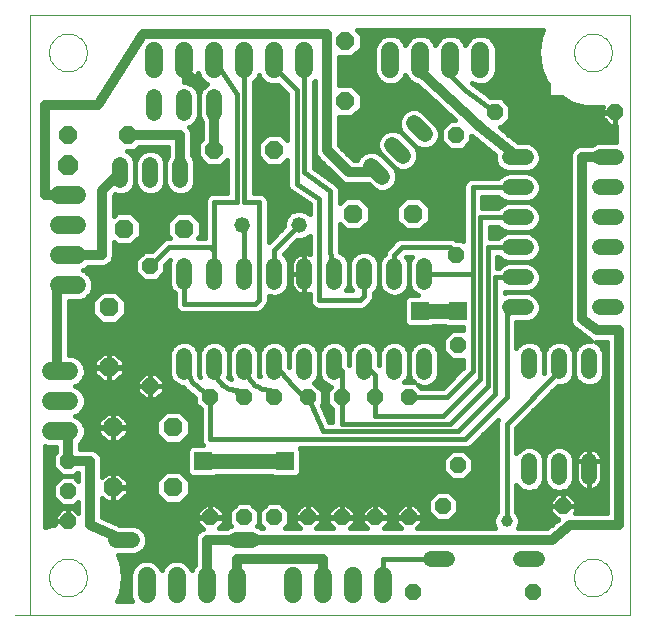
<source format=gtl>
G75*
G70*
%OFA0B0*%
%FSLAX24Y24*%
%IPPOS*%
%LPD*%
%AMOC8*
5,1,8,0,0,1.08239X$1,22.5*
%
%ADD10C,0.0000*%
%ADD11C,0.0520*%
%ADD12C,0.0520*%
%ADD13OC8,0.0600*%
%ADD14OC8,0.0520*%
%ADD15OC8,0.0630*%
%ADD16C,0.0600*%
%ADD17C,0.0160*%
%ADD18C,0.0396*%
%ADD19C,0.0320*%
%ADD20R,0.0591X0.0591*%
%ADD21C,0.0500*%
%ADD22R,0.0396X0.0396*%
%ADD23OC8,0.0660*%
D10*
X000105Y000454D02*
X000605Y000454D01*
X000605Y020450D01*
X020600Y020450D01*
X020600Y000454D01*
X000605Y000454D01*
X001225Y001704D02*
X001227Y001754D01*
X001233Y001804D01*
X001243Y001853D01*
X001257Y001901D01*
X001274Y001948D01*
X001295Y001993D01*
X001320Y002037D01*
X001348Y002078D01*
X001380Y002117D01*
X001414Y002154D01*
X001451Y002188D01*
X001491Y002218D01*
X001533Y002245D01*
X001577Y002269D01*
X001623Y002290D01*
X001670Y002306D01*
X001718Y002319D01*
X001768Y002328D01*
X001817Y002333D01*
X001868Y002334D01*
X001918Y002331D01*
X001967Y002324D01*
X002016Y002313D01*
X002064Y002298D01*
X002110Y002280D01*
X002155Y002258D01*
X002198Y002232D01*
X002239Y002203D01*
X002278Y002171D01*
X002314Y002136D01*
X002346Y002098D01*
X002376Y002058D01*
X002403Y002015D01*
X002426Y001971D01*
X002445Y001925D01*
X002461Y001877D01*
X002473Y001828D01*
X002481Y001779D01*
X002485Y001729D01*
X002485Y001679D01*
X002481Y001629D01*
X002473Y001580D01*
X002461Y001531D01*
X002445Y001483D01*
X002426Y001437D01*
X002403Y001393D01*
X002376Y001350D01*
X002346Y001310D01*
X002314Y001272D01*
X002278Y001237D01*
X002239Y001205D01*
X002198Y001176D01*
X002155Y001150D01*
X002110Y001128D01*
X002064Y001110D01*
X002016Y001095D01*
X001967Y001084D01*
X001918Y001077D01*
X001868Y001074D01*
X001817Y001075D01*
X001768Y001080D01*
X001718Y001089D01*
X001670Y001102D01*
X001623Y001118D01*
X001577Y001139D01*
X001533Y001163D01*
X001491Y001190D01*
X001451Y001220D01*
X001414Y001254D01*
X001380Y001291D01*
X001348Y001330D01*
X001320Y001371D01*
X001295Y001415D01*
X001274Y001460D01*
X001257Y001507D01*
X001243Y001555D01*
X001233Y001604D01*
X001227Y001654D01*
X001225Y001704D01*
X001225Y019204D02*
X001227Y019254D01*
X001233Y019304D01*
X001243Y019353D01*
X001257Y019401D01*
X001274Y019448D01*
X001295Y019493D01*
X001320Y019537D01*
X001348Y019578D01*
X001380Y019617D01*
X001414Y019654D01*
X001451Y019688D01*
X001491Y019718D01*
X001533Y019745D01*
X001577Y019769D01*
X001623Y019790D01*
X001670Y019806D01*
X001718Y019819D01*
X001768Y019828D01*
X001817Y019833D01*
X001868Y019834D01*
X001918Y019831D01*
X001967Y019824D01*
X002016Y019813D01*
X002064Y019798D01*
X002110Y019780D01*
X002155Y019758D01*
X002198Y019732D01*
X002239Y019703D01*
X002278Y019671D01*
X002314Y019636D01*
X002346Y019598D01*
X002376Y019558D01*
X002403Y019515D01*
X002426Y019471D01*
X002445Y019425D01*
X002461Y019377D01*
X002473Y019328D01*
X002481Y019279D01*
X002485Y019229D01*
X002485Y019179D01*
X002481Y019129D01*
X002473Y019080D01*
X002461Y019031D01*
X002445Y018983D01*
X002426Y018937D01*
X002403Y018893D01*
X002376Y018850D01*
X002346Y018810D01*
X002314Y018772D01*
X002278Y018737D01*
X002239Y018705D01*
X002198Y018676D01*
X002155Y018650D01*
X002110Y018628D01*
X002064Y018610D01*
X002016Y018595D01*
X001967Y018584D01*
X001918Y018577D01*
X001868Y018574D01*
X001817Y018575D01*
X001768Y018580D01*
X001718Y018589D01*
X001670Y018602D01*
X001623Y018618D01*
X001577Y018639D01*
X001533Y018663D01*
X001491Y018690D01*
X001451Y018720D01*
X001414Y018754D01*
X001380Y018791D01*
X001348Y018830D01*
X001320Y018871D01*
X001295Y018915D01*
X001274Y018960D01*
X001257Y019007D01*
X001243Y019055D01*
X001233Y019104D01*
X001227Y019154D01*
X001225Y019204D01*
X018725Y019204D02*
X018727Y019254D01*
X018733Y019304D01*
X018743Y019353D01*
X018757Y019401D01*
X018774Y019448D01*
X018795Y019493D01*
X018820Y019537D01*
X018848Y019578D01*
X018880Y019617D01*
X018914Y019654D01*
X018951Y019688D01*
X018991Y019718D01*
X019033Y019745D01*
X019077Y019769D01*
X019123Y019790D01*
X019170Y019806D01*
X019218Y019819D01*
X019268Y019828D01*
X019317Y019833D01*
X019368Y019834D01*
X019418Y019831D01*
X019467Y019824D01*
X019516Y019813D01*
X019564Y019798D01*
X019610Y019780D01*
X019655Y019758D01*
X019698Y019732D01*
X019739Y019703D01*
X019778Y019671D01*
X019814Y019636D01*
X019846Y019598D01*
X019876Y019558D01*
X019903Y019515D01*
X019926Y019471D01*
X019945Y019425D01*
X019961Y019377D01*
X019973Y019328D01*
X019981Y019279D01*
X019985Y019229D01*
X019985Y019179D01*
X019981Y019129D01*
X019973Y019080D01*
X019961Y019031D01*
X019945Y018983D01*
X019926Y018937D01*
X019903Y018893D01*
X019876Y018850D01*
X019846Y018810D01*
X019814Y018772D01*
X019778Y018737D01*
X019739Y018705D01*
X019698Y018676D01*
X019655Y018650D01*
X019610Y018628D01*
X019564Y018610D01*
X019516Y018595D01*
X019467Y018584D01*
X019418Y018577D01*
X019368Y018574D01*
X019317Y018575D01*
X019268Y018580D01*
X019218Y018589D01*
X019170Y018602D01*
X019123Y018618D01*
X019077Y018639D01*
X019033Y018663D01*
X018991Y018690D01*
X018951Y018720D01*
X018914Y018754D01*
X018880Y018791D01*
X018848Y018830D01*
X018820Y018871D01*
X018795Y018915D01*
X018774Y018960D01*
X018757Y019007D01*
X018743Y019055D01*
X018733Y019104D01*
X018727Y019154D01*
X018725Y019204D01*
X018725Y001704D02*
X018727Y001754D01*
X018733Y001804D01*
X018743Y001853D01*
X018757Y001901D01*
X018774Y001948D01*
X018795Y001993D01*
X018820Y002037D01*
X018848Y002078D01*
X018880Y002117D01*
X018914Y002154D01*
X018951Y002188D01*
X018991Y002218D01*
X019033Y002245D01*
X019077Y002269D01*
X019123Y002290D01*
X019170Y002306D01*
X019218Y002319D01*
X019268Y002328D01*
X019317Y002333D01*
X019368Y002334D01*
X019418Y002331D01*
X019467Y002324D01*
X019516Y002313D01*
X019564Y002298D01*
X019610Y002280D01*
X019655Y002258D01*
X019698Y002232D01*
X019739Y002203D01*
X019778Y002171D01*
X019814Y002136D01*
X019846Y002098D01*
X019876Y002058D01*
X019903Y002015D01*
X019926Y001971D01*
X019945Y001925D01*
X019961Y001877D01*
X019973Y001828D01*
X019981Y001779D01*
X019985Y001729D01*
X019985Y001679D01*
X019981Y001629D01*
X019973Y001580D01*
X019961Y001531D01*
X019945Y001483D01*
X019926Y001437D01*
X019903Y001393D01*
X019876Y001350D01*
X019846Y001310D01*
X019814Y001272D01*
X019778Y001237D01*
X019739Y001205D01*
X019698Y001176D01*
X019655Y001150D01*
X019610Y001128D01*
X019564Y001110D01*
X019516Y001095D01*
X019467Y001084D01*
X019418Y001077D01*
X019368Y001074D01*
X019317Y001075D01*
X019268Y001080D01*
X019218Y001089D01*
X019170Y001102D01*
X019123Y001118D01*
X019077Y001139D01*
X019033Y001163D01*
X018991Y001190D01*
X018951Y001220D01*
X018914Y001254D01*
X018880Y001291D01*
X018848Y001330D01*
X018820Y001371D01*
X018795Y001415D01*
X018774Y001460D01*
X018757Y001507D01*
X018743Y001555D01*
X018733Y001604D01*
X018727Y001654D01*
X018725Y001704D01*
D11*
X017490Y002329D02*
X016970Y002329D01*
X014490Y002329D02*
X013970Y002329D01*
X017230Y005059D02*
X017230Y005579D01*
X018230Y005579D02*
X018230Y005059D01*
X019230Y005059D02*
X019230Y005579D01*
X019230Y008579D02*
X019230Y009099D01*
X018230Y009099D02*
X018230Y008579D01*
X017230Y008579D02*
X017230Y009099D01*
X017115Y010704D02*
X016595Y010704D01*
X016595Y011704D02*
X017115Y011704D01*
X017115Y012704D02*
X016595Y012704D01*
X016595Y013704D02*
X017115Y013704D01*
X017115Y014704D02*
X016595Y014704D01*
X016595Y015704D02*
X017115Y015704D01*
X019595Y015704D02*
X020115Y015704D01*
X020115Y014704D02*
X019595Y014704D01*
X019595Y013704D02*
X020115Y013704D01*
X020115Y012704D02*
X019595Y012704D01*
X019595Y011704D02*
X020115Y011704D01*
X020115Y010704D02*
X019595Y010704D01*
X013730Y011569D02*
X013730Y012089D01*
X012730Y012089D02*
X012730Y011569D01*
X011730Y011569D02*
X011730Y012089D01*
X010730Y012089D02*
X010730Y011569D01*
X009730Y011569D02*
X009730Y012089D01*
X008730Y012089D02*
X008730Y011569D01*
X007730Y011569D02*
X007730Y012089D01*
X006730Y012089D02*
X006730Y011569D01*
X005730Y011569D02*
X005730Y012089D01*
X005605Y014944D02*
X005605Y015464D01*
X004605Y015464D02*
X004605Y014944D01*
X003605Y014944D02*
X003605Y015464D01*
X004730Y017194D02*
X004730Y017714D01*
X005730Y017714D02*
X005730Y017194D01*
X006730Y017194D02*
X006730Y017714D01*
X011964Y015430D02*
X012331Y015063D01*
X013039Y015770D02*
X012671Y016137D01*
X013378Y016844D02*
X013746Y016477D01*
X013730Y009089D02*
X013730Y008569D01*
X012730Y008569D02*
X012730Y009089D01*
X011730Y009089D02*
X011730Y008569D01*
X010730Y008569D02*
X010730Y009089D01*
X009730Y009089D02*
X009730Y008569D01*
X008730Y008569D02*
X008730Y009089D01*
X007730Y009089D02*
X007730Y008569D01*
X006730Y008569D02*
X006730Y009089D01*
X005730Y009089D02*
X005730Y008569D01*
X007470Y002954D02*
X007990Y002954D01*
X003990Y002954D02*
X003470Y002954D01*
D12*
X007655Y013454D03*
X009555Y013454D03*
D13*
X008730Y015954D03*
X006730Y015954D03*
X003855Y016454D03*
X001855Y016454D03*
X011105Y017579D03*
X011105Y019579D03*
D14*
X014805Y016454D03*
X016105Y017204D03*
X020105Y017204D03*
X014805Y012454D03*
X014855Y009454D03*
X013230Y007704D03*
X012105Y007704D03*
X010980Y007704D03*
X009855Y007704D03*
X008730Y007704D03*
X007730Y007704D03*
X006605Y007704D03*
X004605Y008079D03*
X001855Y005579D03*
X001855Y004579D03*
X001855Y003579D03*
X006605Y003704D03*
X007730Y003704D03*
X008730Y003704D03*
X009855Y003704D03*
X010980Y003704D03*
X012105Y003704D03*
X013230Y003704D03*
X014355Y004079D03*
X014855Y005454D03*
X018355Y004079D03*
X017355Y001204D03*
X013355Y001204D03*
X004605Y012079D03*
D15*
X003730Y013329D03*
X005730Y013329D03*
X003230Y010704D03*
X003230Y008704D03*
X003355Y006704D03*
X005355Y006704D03*
X005355Y004704D03*
X003355Y004704D03*
X011355Y013829D03*
X013355Y013829D03*
D16*
X013605Y018654D02*
X013605Y019254D01*
X014605Y019254D02*
X014605Y018654D01*
X015605Y018654D02*
X015605Y019254D01*
X012605Y019254D02*
X012605Y018654D01*
X009730Y018654D02*
X009730Y019254D01*
X008730Y019254D02*
X008730Y018654D01*
X007730Y018654D02*
X007730Y019254D01*
X006730Y019254D02*
X006730Y018654D01*
X005730Y018654D02*
X005730Y019254D01*
X004730Y019254D02*
X004730Y018654D01*
X002155Y014454D02*
X001555Y014454D01*
X001555Y013454D02*
X002155Y013454D01*
X002155Y012454D02*
X001555Y012454D01*
X001555Y011454D02*
X002155Y011454D01*
X001905Y008579D02*
X001305Y008579D01*
X001305Y007579D02*
X001905Y007579D01*
X001905Y006579D02*
X001305Y006579D01*
X004480Y001754D02*
X004480Y001154D01*
X005480Y001154D02*
X005480Y001754D01*
X006480Y001754D02*
X006480Y001154D01*
X007480Y001154D02*
X007480Y001754D01*
X009355Y001754D02*
X009355Y001154D01*
X010355Y001154D02*
X010355Y001754D01*
X011355Y001754D02*
X011355Y001154D01*
X012355Y001154D02*
X012355Y001754D01*
D17*
X012355Y001454D02*
X012355Y002329D01*
X014230Y002329D01*
X013502Y003354D02*
X013670Y003521D01*
X013670Y003703D01*
X013230Y003703D01*
X013230Y003704D01*
X013229Y003704D01*
X013229Y003703D01*
X012790Y003703D01*
X012790Y003521D01*
X012958Y003354D01*
X012377Y003354D01*
X012545Y003521D01*
X012545Y003703D01*
X012105Y003703D01*
X012105Y003704D01*
X012104Y003704D01*
X012104Y003703D01*
X011665Y003703D01*
X011665Y003521D01*
X011833Y003354D01*
X011252Y003354D01*
X011420Y003521D01*
X011420Y003703D01*
X010980Y003703D01*
X010980Y003704D01*
X010979Y003704D01*
X010979Y003703D01*
X010540Y003703D01*
X010540Y003521D01*
X010708Y003354D01*
X010127Y003354D01*
X010295Y003521D01*
X010295Y003703D01*
X009855Y003703D01*
X009855Y003704D01*
X009854Y003704D01*
X009854Y003703D01*
X009415Y003703D01*
X009415Y003521D01*
X009583Y003354D01*
X009087Y003354D01*
X009230Y003496D01*
X009230Y003911D01*
X008937Y004204D01*
X008523Y004204D01*
X008230Y003911D01*
X008230Y003496D01*
X008230Y003911D01*
X007937Y004204D01*
X007523Y004204D01*
X007230Y003911D01*
X007230Y003496D01*
X007301Y003425D01*
X007186Y003377D01*
X007163Y003354D01*
X006877Y003354D01*
X007045Y003521D01*
X007045Y003703D01*
X006605Y003703D01*
X006605Y003704D01*
X006604Y003704D01*
X006604Y003703D01*
X006165Y003703D01*
X006165Y003521D01*
X006352Y003334D01*
X006253Y003293D01*
X006141Y003180D01*
X006080Y003033D01*
X006080Y002117D01*
X006022Y002059D01*
X005980Y001957D01*
X005937Y002059D01*
X005786Y002211D01*
X005587Y002294D01*
X005372Y002294D01*
X005174Y002211D01*
X005022Y002059D01*
X004980Y001957D01*
X004937Y002059D01*
X004786Y002211D01*
X004587Y002294D01*
X004372Y002294D01*
X004174Y002211D01*
X004022Y002059D01*
X003940Y001861D01*
X003940Y001046D01*
X003986Y000934D01*
X003505Y000934D01*
X003620Y001185D01*
X003695Y001704D01*
X003620Y002222D01*
X003514Y002454D01*
X004089Y002454D01*
X004273Y002530D01*
X004414Y002670D01*
X004490Y002854D01*
X004490Y003053D01*
X004414Y003237D01*
X004273Y003377D01*
X004089Y003454D01*
X003590Y003454D01*
X003005Y003713D01*
X003005Y004354D01*
X003150Y004209D01*
X003354Y004209D01*
X003354Y004703D01*
X003355Y004703D01*
X003355Y004209D01*
X003560Y004209D01*
X003850Y004499D01*
X003850Y004703D01*
X003355Y004703D01*
X003355Y004704D01*
X003354Y004704D01*
X003354Y005199D01*
X003150Y005199D01*
X003005Y005053D01*
X003005Y005658D01*
X002944Y005805D01*
X002831Y005918D01*
X002684Y005979D01*
X002525Y005979D01*
X002255Y005979D01*
X002255Y006165D01*
X002362Y006273D01*
X002445Y006471D01*
X002445Y006686D01*
X002362Y006884D01*
X002211Y007036D01*
X002109Y007079D01*
X002211Y007121D01*
X002362Y007273D01*
X002445Y007471D01*
X002445Y007686D01*
X002362Y007884D01*
X002211Y008036D01*
X002109Y008079D01*
X002211Y008121D01*
X002362Y008273D01*
X002445Y008471D01*
X002445Y008686D01*
X002362Y008884D01*
X002211Y009036D01*
X002012Y009119D01*
X001880Y009119D01*
X001880Y010914D01*
X002262Y010914D01*
X002461Y010996D01*
X002612Y011148D01*
X002695Y011346D01*
X002695Y011561D01*
X002612Y011759D01*
X002461Y011911D01*
X002359Y011954D01*
X002461Y011996D01*
X002518Y012054D01*
X003059Y012054D01*
X003206Y012114D01*
X003319Y012227D01*
X003380Y012374D01*
X003380Y012533D01*
X003380Y012894D01*
X003500Y012774D01*
X003960Y012774D01*
X004285Y013099D01*
X004285Y013558D01*
X003960Y013884D01*
X003500Y013884D01*
X003380Y013763D01*
X003380Y014413D01*
X003438Y014471D01*
X003505Y014444D01*
X003704Y014444D01*
X003888Y014520D01*
X004029Y014660D01*
X004105Y014844D01*
X004181Y014660D01*
X004321Y014520D01*
X004505Y014444D01*
X004704Y014444D01*
X004888Y014520D01*
X005029Y014660D01*
X005105Y014844D01*
X005181Y014660D01*
X005321Y014520D01*
X005505Y014444D01*
X005704Y014444D01*
X005888Y014520D01*
X006029Y014660D01*
X006105Y014844D01*
X006105Y015563D01*
X006029Y015747D01*
X006005Y015771D01*
X006005Y016533D01*
X005944Y016680D01*
X005901Y016723D01*
X006013Y016770D01*
X006154Y016910D01*
X006230Y017094D01*
X006306Y016910D01*
X006330Y016886D01*
X006330Y016317D01*
X006190Y016177D01*
X006190Y015730D01*
X006506Y015414D01*
X006953Y015414D01*
X007160Y015620D01*
X007160Y014524D01*
X006793Y014524D01*
X006666Y014524D01*
X006548Y014475D01*
X006458Y014385D01*
X006410Y014267D01*
X006410Y013024D01*
X006209Y013024D01*
X006285Y013099D01*
X006285Y013558D01*
X005960Y013884D01*
X005500Y013884D01*
X005175Y013558D01*
X005175Y013099D01*
X005250Y013024D01*
X005166Y013024D01*
X005048Y012975D01*
X004958Y012885D01*
X004652Y012579D01*
X004398Y012579D01*
X004105Y012286D01*
X004105Y011871D01*
X004398Y011579D01*
X004812Y011579D01*
X005105Y011871D01*
X005105Y012126D01*
X005274Y012296D01*
X005230Y012188D01*
X005230Y011469D01*
X005306Y011285D01*
X005410Y011181D01*
X005410Y010765D01*
X005458Y010647D01*
X005548Y010557D01*
X005666Y010509D01*
X005793Y010509D01*
X008168Y010509D01*
X008286Y010557D01*
X008376Y010647D01*
X008501Y010772D01*
X008550Y010890D01*
X008550Y011017D01*
X008550Y011102D01*
X008630Y011069D01*
X008829Y011069D01*
X009013Y011145D01*
X009154Y011285D01*
X009230Y011469D01*
X009230Y012188D01*
X009154Y012372D01*
X009050Y012476D01*
X009050Y012496D01*
X009507Y012954D01*
X009654Y012954D01*
X009838Y013030D01*
X009910Y013101D01*
X009910Y012491D01*
X009899Y012496D01*
X009833Y012518D01*
X009764Y012529D01*
X009730Y012529D01*
X009730Y011829D01*
X009729Y011829D01*
X009729Y011828D01*
X009290Y011828D01*
X009290Y011534D01*
X009301Y011465D01*
X009322Y011400D01*
X009353Y011338D01*
X009394Y011282D01*
X009443Y011233D01*
X009499Y011192D01*
X009561Y011161D01*
X009627Y011139D01*
X009695Y011129D01*
X009729Y011129D01*
X009729Y011828D01*
X009730Y011828D01*
X009730Y011129D01*
X009764Y011129D01*
X009833Y011139D01*
X009899Y011161D01*
X009910Y011166D01*
X009910Y011017D01*
X009910Y010890D01*
X009958Y010772D01*
X010048Y010682D01*
X010166Y010634D01*
X011541Y010634D01*
X011668Y010634D01*
X011786Y010682D01*
X011911Y010807D01*
X012001Y010897D01*
X012050Y011015D01*
X012050Y011181D01*
X012154Y011285D01*
X012230Y011469D01*
X012306Y011285D01*
X012446Y011145D01*
X012630Y011069D01*
X012829Y011069D01*
X013013Y011145D01*
X013154Y011285D01*
X013230Y011469D01*
X013306Y011285D01*
X013446Y011145D01*
X013521Y011114D01*
X013262Y011114D01*
X013173Y011077D01*
X013106Y011010D01*
X013069Y010922D01*
X013069Y010236D01*
X013106Y010147D01*
X013173Y010080D01*
X013262Y010043D01*
X013948Y010043D01*
X014036Y010080D01*
X014045Y010089D01*
X014415Y010089D01*
X014423Y010080D01*
X014512Y010043D01*
X015035Y010043D01*
X015035Y009954D01*
X014648Y009954D01*
X014355Y009661D01*
X014355Y009246D01*
X014648Y008954D01*
X015035Y008954D01*
X015035Y008711D01*
X014347Y008024D01*
X013617Y008024D01*
X013530Y008110D01*
X013630Y008069D01*
X013829Y008069D01*
X014013Y008145D01*
X014154Y008285D01*
X014230Y008469D01*
X014230Y009188D01*
X014154Y009372D01*
X014013Y009512D01*
X013829Y009589D01*
X013630Y009589D01*
X013446Y009512D01*
X013306Y009372D01*
X013230Y009188D01*
X013230Y008469D01*
X013306Y008285D01*
X013388Y008204D01*
X013072Y008204D01*
X013154Y008285D01*
X013230Y008469D01*
X013230Y009188D01*
X013154Y009372D01*
X013013Y009512D01*
X012829Y009589D01*
X012630Y009589D01*
X012446Y009512D01*
X012306Y009372D01*
X012230Y009188D01*
X012230Y008781D01*
X012230Y008781D01*
X012230Y009188D01*
X012154Y009372D01*
X012013Y009512D01*
X011829Y009589D01*
X011630Y009589D01*
X011446Y009512D01*
X011306Y009372D01*
X011230Y009188D01*
X011230Y008781D01*
X011230Y008781D01*
X011230Y009188D01*
X011154Y009372D01*
X011013Y009512D01*
X010829Y009589D01*
X010630Y009589D01*
X010446Y009512D01*
X010306Y009372D01*
X010230Y009188D01*
X010230Y008469D01*
X010306Y008285D01*
X010446Y008145D01*
X010630Y008069D01*
X010638Y008069D01*
X010480Y007911D01*
X010480Y007496D01*
X010660Y007316D01*
X010660Y006899D01*
X010563Y006899D01*
X010315Y007456D01*
X010355Y007496D01*
X010355Y007911D01*
X010067Y008199D01*
X010154Y008285D01*
X010230Y008469D01*
X010230Y009188D01*
X010154Y009372D01*
X010013Y009512D01*
X009829Y009589D01*
X009630Y009589D01*
X009446Y009512D01*
X009306Y009372D01*
X009230Y009188D01*
X009230Y008728D01*
X009230Y008728D01*
X009230Y009188D01*
X009154Y009372D01*
X009013Y009512D01*
X008829Y009589D01*
X008630Y009589D01*
X008446Y009512D01*
X008306Y009372D01*
X008230Y009188D01*
X008230Y008469D01*
X008257Y008404D01*
X008215Y008434D01*
X008230Y008469D01*
X008230Y009188D01*
X008154Y009372D01*
X008013Y009512D01*
X007829Y009589D01*
X007630Y009589D01*
X007446Y009512D01*
X007306Y009372D01*
X007230Y009188D01*
X007230Y008469D01*
X007292Y008318D01*
X007284Y008320D01*
X007195Y008385D01*
X007230Y008469D01*
X007230Y009188D01*
X007154Y009372D01*
X007013Y009512D01*
X006829Y009589D01*
X006630Y009589D01*
X006446Y009512D01*
X006306Y009372D01*
X006230Y009188D01*
X006230Y008469D01*
X006264Y008386D01*
X006245Y008401D01*
X006224Y008455D01*
X006230Y008469D01*
X006230Y009188D01*
X006154Y009372D01*
X006013Y009512D01*
X005829Y009589D01*
X005630Y009589D01*
X005446Y009512D01*
X005306Y009372D01*
X005230Y009188D01*
X005230Y008469D01*
X005306Y008285D01*
X005446Y008145D01*
X005630Y008069D01*
X005689Y008069D01*
X005690Y008066D01*
X005706Y008026D01*
X005720Y008011D01*
X005730Y007993D01*
X005764Y007966D01*
X005795Y007934D01*
X005814Y007927D01*
X006105Y007694D01*
X006105Y007496D01*
X006285Y007316D01*
X006285Y006265D01*
X006333Y006147D01*
X006367Y006114D01*
X006012Y006114D01*
X005923Y006077D01*
X005856Y006010D01*
X005819Y005922D01*
X005819Y005236D01*
X005856Y005147D01*
X005923Y005080D01*
X006012Y005043D01*
X006698Y005043D01*
X006786Y005080D01*
X006795Y005089D01*
X008665Y005089D01*
X008673Y005080D01*
X008762Y005043D01*
X009448Y005043D01*
X009536Y005080D01*
X009603Y005147D01*
X009640Y005236D01*
X009640Y005922D01*
X009604Y006009D01*
X015168Y006009D01*
X015286Y006057D01*
X015376Y006147D01*
X015376Y006147D01*
X016187Y006958D01*
X016160Y006892D01*
X016160Y003878D01*
X016108Y003827D01*
X016042Y003666D01*
X016042Y003491D01*
X016099Y003354D01*
X013502Y003354D01*
X013614Y003466D02*
X016052Y003466D01*
X016042Y003624D02*
X014608Y003624D01*
X014562Y003579D02*
X014855Y003871D01*
X014855Y004286D01*
X014562Y004579D01*
X014148Y004579D01*
X013855Y004286D01*
X013855Y003871D01*
X014148Y003579D01*
X014562Y003579D01*
X014766Y003783D02*
X016090Y003783D01*
X016160Y003941D02*
X014855Y003941D01*
X014855Y004100D02*
X016160Y004100D01*
X016160Y004259D02*
X014855Y004259D01*
X014723Y004417D02*
X016160Y004417D01*
X016160Y004576D02*
X014565Y004576D01*
X014648Y004954D02*
X015062Y004954D01*
X015355Y005246D01*
X015355Y005661D01*
X015062Y005954D01*
X014648Y005954D01*
X014355Y005661D01*
X014355Y005246D01*
X014648Y004954D01*
X014550Y005051D02*
X009467Y005051D01*
X009629Y005210D02*
X014391Y005210D01*
X014355Y005368D02*
X009640Y005368D01*
X009640Y005527D02*
X014355Y005527D01*
X014380Y005685D02*
X009640Y005685D01*
X009640Y005844D02*
X014538Y005844D01*
X015171Y005844D02*
X016160Y005844D01*
X016160Y005685D02*
X015330Y005685D01*
X015355Y005527D02*
X016160Y005527D01*
X016160Y005368D02*
X015355Y005368D01*
X015318Y005210D02*
X016160Y005210D01*
X016160Y005051D02*
X015160Y005051D01*
X014145Y004576D02*
X005910Y004576D01*
X005910Y004474D02*
X005585Y004149D01*
X005125Y004149D01*
X004800Y004474D01*
X004800Y004933D01*
X005125Y005259D01*
X005585Y005259D01*
X005910Y004933D01*
X005910Y004474D01*
X005853Y004417D02*
X013986Y004417D01*
X013855Y004259D02*
X005695Y004259D01*
X005910Y004734D02*
X016160Y004734D01*
X016160Y004893D02*
X005910Y004893D01*
X005992Y005051D02*
X005792Y005051D01*
X005830Y005210D02*
X005633Y005210D01*
X005819Y005368D02*
X003005Y005368D01*
X003005Y005210D02*
X005076Y005210D01*
X004918Y005051D02*
X003707Y005051D01*
X003850Y004909D02*
X003560Y005199D01*
X003355Y005199D01*
X003355Y004704D01*
X003850Y004704D01*
X003850Y004909D01*
X003850Y004893D02*
X004800Y004893D01*
X004800Y004734D02*
X003850Y004734D01*
X003850Y004576D02*
X004800Y004576D01*
X004856Y004417D02*
X003768Y004417D01*
X003610Y004259D02*
X005015Y004259D01*
X004343Y003307D02*
X006289Y003307D01*
X006220Y003466D02*
X003562Y003466D01*
X003205Y003624D02*
X006165Y003624D01*
X006165Y003704D02*
X006604Y003704D01*
X006604Y004144D01*
X006422Y004144D01*
X006165Y003886D01*
X006165Y003704D01*
X006165Y003783D02*
X003005Y003783D01*
X003005Y003941D02*
X006220Y003941D01*
X006379Y004100D02*
X003005Y004100D01*
X003005Y004259D02*
X003100Y004259D01*
X003354Y004259D02*
X003355Y004259D01*
X003354Y004417D02*
X003355Y004417D01*
X003354Y004576D02*
X003355Y004576D01*
X003354Y004734D02*
X003355Y004734D01*
X003354Y004893D02*
X003355Y004893D01*
X003354Y005051D02*
X003355Y005051D01*
X003005Y005527D02*
X005819Y005527D01*
X005819Y005685D02*
X002993Y005685D01*
X002905Y005844D02*
X005819Y005844D01*
X005853Y006003D02*
X002255Y006003D01*
X002255Y006161D02*
X005112Y006161D01*
X005125Y006149D02*
X005585Y006149D01*
X005910Y006474D01*
X005910Y006933D01*
X005585Y007259D01*
X005125Y007259D01*
X004800Y006933D01*
X004800Y006474D01*
X005125Y006149D01*
X004954Y006320D02*
X003671Y006320D01*
X003560Y006209D02*
X003850Y006499D01*
X003850Y006703D01*
X003355Y006703D01*
X003355Y006209D01*
X003560Y006209D01*
X003354Y006209D02*
X003354Y006703D01*
X002860Y006703D01*
X002860Y006499D01*
X003150Y006209D01*
X003354Y006209D01*
X003354Y006320D02*
X003355Y006320D01*
X003354Y006478D02*
X003355Y006478D01*
X003354Y006637D02*
X003355Y006637D01*
X003354Y006703D02*
X003355Y006703D01*
X003355Y006704D01*
X003354Y006704D01*
X003354Y006703D01*
X003354Y006704D02*
X002860Y006704D01*
X002860Y006909D01*
X003150Y007199D01*
X003354Y007199D01*
X003354Y006704D01*
X003355Y006704D02*
X003355Y007199D01*
X003560Y007199D01*
X003850Y006909D01*
X003850Y006704D01*
X003355Y006704D01*
X003354Y006795D02*
X003355Y006795D01*
X003354Y006954D02*
X003355Y006954D01*
X003354Y007112D02*
X003355Y007112D01*
X003064Y007112D02*
X002190Y007112D01*
X002293Y006954D02*
X002905Y006954D01*
X002860Y006795D02*
X002399Y006795D01*
X002445Y006637D02*
X002860Y006637D01*
X002880Y006478D02*
X002445Y006478D01*
X002382Y006320D02*
X003039Y006320D01*
X003829Y006478D02*
X004800Y006478D01*
X004800Y006637D02*
X003850Y006637D01*
X003850Y006795D02*
X004800Y006795D01*
X004820Y006954D02*
X003804Y006954D01*
X003646Y007112D02*
X004979Y007112D01*
X004787Y007639D02*
X004605Y007639D01*
X004605Y008078D01*
X004604Y008078D01*
X004165Y008078D01*
X004165Y007896D01*
X004422Y007639D01*
X004604Y007639D01*
X004604Y008078D01*
X004604Y008079D01*
X004165Y008079D01*
X004165Y008261D01*
X004422Y008519D01*
X004604Y008519D01*
X004604Y008079D01*
X004605Y008079D01*
X004605Y008519D01*
X004787Y008519D01*
X005045Y008261D01*
X005045Y008079D01*
X004605Y008079D01*
X004605Y008078D01*
X005045Y008078D01*
X005045Y007896D01*
X004787Y007639D01*
X004895Y007747D02*
X006039Y007747D01*
X006105Y007588D02*
X002445Y007588D01*
X002427Y007429D02*
X006172Y007429D01*
X006285Y007271D02*
X002361Y007271D01*
X002420Y007747D02*
X004314Y007747D01*
X004165Y007905D02*
X002342Y007905D01*
X002145Y008064D02*
X004165Y008064D01*
X004165Y008222D02*
X003448Y008222D01*
X003435Y008209D02*
X003725Y008499D01*
X003725Y008703D01*
X003230Y008703D01*
X003230Y008209D01*
X003435Y008209D01*
X003230Y008222D02*
X003229Y008222D01*
X003229Y008209D02*
X003229Y008703D01*
X002735Y008703D01*
X002735Y008499D01*
X003025Y008209D01*
X003229Y008209D01*
X003229Y008381D02*
X003230Y008381D01*
X003229Y008539D02*
X003230Y008539D01*
X003229Y008698D02*
X003230Y008698D01*
X003229Y008703D02*
X003230Y008703D01*
X003230Y008704D01*
X003229Y008704D01*
X003229Y008703D01*
X003229Y008704D02*
X002735Y008704D01*
X002735Y008909D01*
X003025Y009199D01*
X003229Y009199D01*
X003229Y008704D01*
X003230Y008704D02*
X003230Y009199D01*
X003435Y009199D01*
X003725Y008909D01*
X003725Y008704D01*
X003230Y008704D01*
X003229Y008856D02*
X003230Y008856D01*
X003229Y009015D02*
X003230Y009015D01*
X003229Y009173D02*
X003230Y009173D01*
X003460Y009173D02*
X005230Y009173D01*
X005230Y009015D02*
X003618Y009015D01*
X003725Y008856D02*
X005230Y008856D01*
X005230Y008698D02*
X003725Y008698D01*
X003725Y008539D02*
X005230Y008539D01*
X005266Y008381D02*
X004925Y008381D01*
X005045Y008222D02*
X005369Y008222D01*
X005691Y008064D02*
X005045Y008064D01*
X005045Y007905D02*
X005841Y007905D01*
X005980Y008204D02*
X005730Y008829D01*
X006230Y008856D02*
X006230Y008856D01*
X006230Y008698D02*
X006230Y008698D01*
X006230Y008539D02*
X006230Y008539D01*
X005980Y008204D02*
X006605Y007704D01*
X006605Y006329D01*
X015105Y006329D01*
X016480Y007704D01*
X016480Y010329D01*
X016800Y010204D02*
X017214Y010204D01*
X017398Y010280D01*
X017539Y010420D01*
X017615Y010604D01*
X017615Y010803D01*
X017539Y010987D01*
X017398Y011127D01*
X017214Y011204D01*
X017398Y011280D01*
X017539Y011420D01*
X017615Y011604D01*
X017615Y011803D01*
X017539Y011987D01*
X017398Y012127D01*
X017214Y012204D01*
X017398Y012280D01*
X017539Y012420D01*
X017615Y012604D01*
X017615Y012803D01*
X017539Y012987D01*
X017398Y013127D01*
X017214Y013204D01*
X017398Y013280D01*
X017539Y013420D01*
X017615Y013604D01*
X017615Y013803D01*
X017539Y013987D01*
X017398Y014127D01*
X017214Y014204D01*
X017398Y014280D01*
X017539Y014420D01*
X017615Y014604D01*
X017615Y014803D01*
X017539Y014987D01*
X017398Y015127D01*
X017214Y015204D01*
X017398Y015280D01*
X017539Y015420D01*
X017615Y015604D01*
X017615Y015803D01*
X017539Y015987D01*
X017398Y016127D01*
X017214Y016204D01*
X016870Y016204D01*
X016245Y016704D01*
X016312Y016704D01*
X016605Y016996D01*
X016605Y017411D01*
X016312Y017704D01*
X015971Y017704D01*
X015335Y018181D01*
X015497Y018114D01*
X015712Y018114D01*
X015911Y018196D01*
X016062Y018348D01*
X016145Y018546D01*
X016145Y019361D01*
X016062Y019559D01*
X015911Y019711D01*
X015712Y019794D01*
X015497Y019794D01*
X015299Y019711D01*
X015147Y019559D01*
X015105Y019457D01*
X015062Y019559D01*
X014911Y019711D01*
X014712Y019794D01*
X014497Y019794D01*
X014299Y019711D01*
X014147Y019559D01*
X014105Y019457D01*
X014062Y019559D01*
X013911Y019711D01*
X013712Y019794D01*
X013497Y019794D01*
X013299Y019711D01*
X013147Y019559D01*
X013105Y019457D01*
X013062Y019559D01*
X012911Y019711D01*
X012712Y019794D01*
X012497Y019794D01*
X012299Y019711D01*
X012147Y019559D01*
X012065Y019361D01*
X012065Y018546D01*
X012147Y018348D01*
X012299Y018196D01*
X012497Y018114D01*
X012712Y018114D01*
X012911Y018196D01*
X013062Y018348D01*
X013105Y018450D01*
X013147Y018348D01*
X013299Y018196D01*
X013497Y018114D01*
X013508Y018114D01*
X014757Y016954D01*
X014598Y016954D01*
X014305Y016661D01*
X014305Y016246D01*
X014598Y015954D01*
X015012Y015954D01*
X015305Y016246D01*
X015305Y016431D01*
X015337Y016405D01*
X015378Y016364D01*
X015399Y016356D01*
X016095Y015799D01*
X016095Y015604D01*
X016171Y015420D01*
X016311Y015280D01*
X016495Y015204D01*
X017214Y015204D01*
X016495Y015204D01*
X016311Y015127D01*
X016208Y015024D01*
X015418Y015024D01*
X015291Y015024D01*
X015173Y014975D01*
X015083Y014885D01*
X015035Y014767D01*
X015035Y012931D01*
X015012Y012954D01*
X014814Y012954D01*
X014799Y012962D01*
X014786Y012975D01*
X014743Y012992D01*
X014703Y013015D01*
X014685Y013017D01*
X014668Y013024D01*
X014622Y013024D01*
X014577Y013029D01*
X014559Y013024D01*
X013043Y013024D01*
X012916Y013024D01*
X012798Y012975D01*
X012548Y012725D01*
X012458Y012635D01*
X012410Y012517D01*
X012410Y012476D01*
X012306Y012372D01*
X012230Y012188D01*
X012230Y011469D01*
X012230Y012188D01*
X012154Y012372D01*
X012013Y012512D01*
X011829Y012589D01*
X011630Y012589D01*
X011446Y012512D01*
X011306Y012372D01*
X011230Y012188D01*
X011230Y011469D01*
X011306Y011285D01*
X011318Y011274D01*
X011142Y011274D01*
X011154Y011285D01*
X011230Y011469D01*
X011230Y012188D01*
X011154Y012372D01*
X011013Y012512D01*
X010935Y012545D01*
X010925Y012605D01*
X010925Y013474D01*
X011125Y013274D01*
X011585Y013274D01*
X011910Y013599D01*
X011910Y014058D01*
X011585Y014384D01*
X011125Y014384D01*
X010925Y014183D01*
X010925Y014542D01*
X010931Y014568D01*
X010925Y014605D01*
X010925Y014642D01*
X010914Y014667D01*
X010910Y014694D01*
X010890Y014725D01*
X010876Y014760D01*
X010857Y014779D01*
X010842Y014802D01*
X010812Y014823D01*
X010786Y014850D01*
X010761Y014860D01*
X010050Y015368D01*
X010050Y018210D01*
X010080Y018240D01*
X010080Y016033D01*
X010080Y015874D01*
X010141Y015727D01*
X010891Y014977D01*
X011003Y014864D01*
X011150Y014804D01*
X011883Y014804D01*
X012048Y014639D01*
X012232Y014563D01*
X012431Y014563D01*
X012615Y014639D01*
X012755Y014779D01*
X012831Y014963D01*
X012831Y015162D01*
X012755Y015346D01*
X012939Y015270D01*
X013138Y015270D01*
X013322Y015346D01*
X013462Y015486D01*
X013539Y015670D01*
X013539Y015869D01*
X013462Y016053D01*
X013646Y015977D01*
X013845Y015977D01*
X014029Y016053D01*
X014169Y016194D01*
X014246Y016377D01*
X014246Y016576D01*
X014169Y016760D01*
X013661Y017268D01*
X013477Y017344D01*
X013279Y017344D01*
X013095Y017268D01*
X012954Y017128D01*
X012878Y016944D01*
X012878Y016745D01*
X012954Y016561D01*
X013462Y016053D01*
X012954Y016561D01*
X012770Y016637D01*
X012571Y016637D01*
X012388Y016561D01*
X012247Y016421D01*
X012171Y016237D01*
X012171Y016038D01*
X012247Y015854D01*
X012063Y015930D01*
X011864Y015930D01*
X011681Y015854D01*
X011540Y015713D01*
X011494Y015604D01*
X011395Y015604D01*
X010880Y016119D01*
X010880Y017040D01*
X010881Y017039D01*
X011328Y017039D01*
X011645Y017355D01*
X011645Y017802D01*
X011328Y018119D01*
X010881Y018119D01*
X010880Y018117D01*
X010880Y019040D01*
X010881Y019039D01*
X011328Y019039D01*
X011645Y019355D01*
X011645Y019802D01*
X011477Y019970D01*
X017702Y019970D01*
X017589Y019722D01*
X017515Y019204D01*
X017589Y018685D01*
X017807Y018209D01*
X017855Y018154D01*
X017855Y017704D01*
X018320Y017704D01*
X018590Y017530D01*
X018590Y017530D01*
X019093Y017382D01*
X019617Y017382D01*
X019680Y017401D01*
X019665Y017386D01*
X019665Y017204D01*
X020104Y017204D01*
X020104Y017203D01*
X019665Y017203D01*
X019665Y017021D01*
X019922Y016764D01*
X020104Y016764D01*
X020104Y017203D01*
X020105Y017203D01*
X020105Y016764D01*
X020120Y016764D01*
X020120Y016204D01*
X019495Y016204D01*
X019311Y016127D01*
X019288Y016104D01*
X019059Y016104D01*
X018900Y016104D01*
X018753Y016043D01*
X018641Y015930D01*
X018580Y015783D01*
X018580Y010379D01*
X018572Y010351D01*
X018580Y010300D01*
X018580Y010249D01*
X018591Y010222D01*
X018595Y010193D01*
X018621Y010149D01*
X018641Y010102D01*
X018661Y010081D01*
X018676Y010056D01*
X018717Y010026D01*
X018753Y009989D01*
X018780Y009978D01*
X019217Y009651D01*
X019253Y009614D01*
X019280Y009603D01*
X019286Y009599D01*
X019130Y009599D01*
X018946Y009522D01*
X018806Y009382D01*
X018730Y009198D01*
X018730Y008479D01*
X018806Y008295D01*
X018946Y008155D01*
X019130Y008079D01*
X019329Y008079D01*
X019513Y008155D01*
X019654Y008295D01*
X019730Y008479D01*
X019730Y009198D01*
X019654Y009382D01*
X019513Y009522D01*
X019451Y009548D01*
X019457Y009546D01*
X019508Y009554D01*
X019830Y009554D01*
X019830Y003854D01*
X018752Y003854D01*
X018795Y003896D01*
X018795Y004078D01*
X018355Y004078D01*
X018355Y004079D01*
X018354Y004079D01*
X018354Y004078D01*
X017915Y004078D01*
X017915Y003896D01*
X018172Y003639D01*
X018196Y003639D01*
X017839Y003354D01*
X016861Y003354D01*
X016918Y003491D01*
X016918Y003666D01*
X016851Y003827D01*
X016800Y003878D01*
X016800Y004790D01*
X016806Y004775D01*
X016946Y004635D01*
X017130Y004559D01*
X017329Y004559D01*
X017513Y004635D01*
X017654Y004775D01*
X017730Y004959D01*
X017806Y004775D01*
X017946Y004635D01*
X018130Y004559D01*
X018329Y004559D01*
X018513Y004635D01*
X018654Y004775D01*
X018730Y004959D01*
X018730Y005678D01*
X018654Y005862D01*
X018513Y006002D01*
X018329Y006079D01*
X018130Y006079D01*
X017946Y006002D01*
X017806Y005862D01*
X017730Y005678D01*
X017730Y004959D01*
X017730Y005678D01*
X017654Y005862D01*
X017513Y006002D01*
X017329Y006079D01*
X017130Y006079D01*
X016946Y006002D01*
X016806Y005862D01*
X016800Y005847D01*
X016800Y006696D01*
X018182Y008079D01*
X018329Y008079D01*
X018513Y008155D01*
X018654Y008295D01*
X018730Y008479D01*
X018730Y009198D01*
X018654Y009382D01*
X018513Y009522D01*
X018329Y009599D01*
X018130Y009599D01*
X017946Y009522D01*
X017806Y009382D01*
X017730Y009198D01*
X017730Y008531D01*
X017730Y008531D01*
X017730Y009198D01*
X017654Y009382D01*
X017513Y009522D01*
X017329Y009599D01*
X017130Y009599D01*
X016946Y009522D01*
X016806Y009382D01*
X016800Y009367D01*
X016800Y010204D01*
X016800Y010125D02*
X018631Y010125D01*
X018580Y010283D02*
X017401Y010283D01*
X017547Y010442D02*
X018580Y010442D01*
X018580Y010600D02*
X017613Y010600D01*
X017615Y010759D02*
X018580Y010759D01*
X018580Y010917D02*
X017567Y010917D01*
X017449Y011076D02*
X018580Y011076D01*
X018580Y011234D02*
X017289Y011234D01*
X017214Y011204D02*
X016495Y011204D01*
X016425Y011233D01*
X016425Y011174D01*
X016495Y011204D01*
X017214Y011204D01*
X017511Y011393D02*
X018580Y011393D01*
X018580Y011552D02*
X017593Y011552D01*
X017615Y011710D02*
X018580Y011710D01*
X018580Y011869D02*
X017588Y011869D01*
X017498Y012027D02*
X018580Y012027D01*
X018580Y012186D02*
X017257Y012186D01*
X017214Y012204D02*
X016495Y012204D01*
X016311Y012280D01*
X016208Y012384D01*
X016175Y012384D01*
X016175Y012024D01*
X016208Y012024D01*
X016311Y012127D01*
X016495Y012204D01*
X017214Y012204D01*
X017463Y012344D02*
X018580Y012344D01*
X018580Y012503D02*
X017573Y012503D01*
X017615Y012661D02*
X018580Y012661D01*
X018580Y012820D02*
X017608Y012820D01*
X017542Y012978D02*
X018580Y012978D01*
X018580Y013137D02*
X017375Y013137D01*
X017414Y013296D02*
X018580Y013296D01*
X018580Y013454D02*
X017553Y013454D01*
X017615Y013613D02*
X018580Y013613D01*
X018580Y013771D02*
X017615Y013771D01*
X017562Y013930D02*
X018580Y013930D01*
X018580Y014088D02*
X017437Y014088D01*
X017319Y014247D02*
X018580Y014247D01*
X018580Y014405D02*
X017524Y014405D01*
X017598Y014564D02*
X018580Y014564D01*
X018580Y014722D02*
X017615Y014722D01*
X017582Y014881D02*
X018580Y014881D01*
X018580Y015040D02*
X017486Y015040D01*
X017227Y015198D02*
X018580Y015198D01*
X018580Y015357D02*
X017475Y015357D01*
X017578Y015515D02*
X018580Y015515D01*
X018580Y015674D02*
X017615Y015674D01*
X017603Y015832D02*
X018600Y015832D01*
X018701Y015991D02*
X017535Y015991D01*
X017345Y016149D02*
X019364Y016149D01*
X019903Y016784D02*
X016392Y016784D01*
X016343Y016625D02*
X020120Y016625D01*
X020120Y016466D02*
X016541Y016466D01*
X016740Y016308D02*
X020120Y016308D01*
X020104Y016784D02*
X020105Y016784D01*
X020104Y016942D02*
X020105Y016942D01*
X020104Y017101D02*
X020105Y017101D01*
X019744Y016942D02*
X016550Y016942D01*
X016605Y017101D02*
X019665Y017101D01*
X019665Y017259D02*
X016605Y017259D01*
X016598Y017418D02*
X018972Y017418D01*
X019093Y017382D02*
X019093Y017382D01*
X019617Y017382D02*
X019617Y017382D01*
X018518Y017576D02*
X016439Y017576D01*
X016105Y017204D02*
X015105Y017954D01*
X014605Y018454D01*
X014605Y018954D01*
X015096Y019479D02*
X015114Y019479D01*
X015225Y019637D02*
X014985Y019637D01*
X014225Y019637D02*
X013985Y019637D01*
X014096Y019479D02*
X014114Y019479D01*
X013225Y019637D02*
X012985Y019637D01*
X013096Y019479D02*
X013114Y019479D01*
X012225Y019637D02*
X011645Y019637D01*
X011645Y019479D02*
X012114Y019479D01*
X012065Y019320D02*
X011610Y019320D01*
X011451Y019162D02*
X012065Y019162D01*
X012065Y019003D02*
X010880Y019003D01*
X010880Y018845D02*
X012065Y018845D01*
X012065Y018686D02*
X010880Y018686D01*
X010880Y018527D02*
X012072Y018527D01*
X012138Y018369D02*
X010880Y018369D01*
X010880Y018210D02*
X012284Y018210D01*
X012925Y018210D02*
X013284Y018210D01*
X013138Y018369D02*
X013071Y018369D01*
X013574Y018052D02*
X011395Y018052D01*
X011554Y017893D02*
X013745Y017893D01*
X013916Y017735D02*
X011645Y017735D01*
X011645Y017576D02*
X014087Y017576D01*
X014257Y017418D02*
X011645Y017418D01*
X011549Y017259D02*
X013086Y017259D01*
X012943Y017101D02*
X011390Y017101D01*
X010880Y016942D02*
X012878Y016942D01*
X012878Y016784D02*
X010880Y016784D01*
X010880Y016625D02*
X012542Y016625D01*
X012800Y016625D02*
X012928Y016625D01*
X012293Y016466D02*
X010880Y016466D01*
X010880Y016308D02*
X012200Y016308D01*
X012171Y016149D02*
X010880Y016149D01*
X011008Y015991D02*
X012190Y015991D01*
X012247Y015854D02*
X012755Y015346D01*
X012247Y015854D01*
X012269Y015832D02*
X012269Y015832D01*
X012427Y015674D02*
X012427Y015674D01*
X012586Y015515D02*
X012586Y015515D01*
X012744Y015357D02*
X012745Y015357D01*
X012816Y015198D02*
X016482Y015198D01*
X016235Y015357D02*
X013333Y015357D01*
X013474Y015515D02*
X016132Y015515D01*
X016095Y015674D02*
X013539Y015674D01*
X013539Y015832D02*
X016054Y015832D01*
X015855Y015991D02*
X015049Y015991D01*
X015208Y016149D02*
X015657Y016149D01*
X015459Y016308D02*
X015305Y016308D01*
X014560Y015991D02*
X013879Y015991D01*
X013612Y015991D02*
X013488Y015991D01*
X014125Y016149D02*
X014402Y016149D01*
X014305Y016308D02*
X014217Y016308D01*
X014246Y016466D02*
X014305Y016466D01*
X014305Y016625D02*
X014225Y016625D01*
X014146Y016784D02*
X014428Y016784D01*
X014586Y016942D02*
X013987Y016942D01*
X013829Y017101D02*
X014599Y017101D01*
X014428Y017259D02*
X013670Y017259D01*
X015507Y018052D02*
X017855Y018052D01*
X017855Y017893D02*
X015718Y017893D01*
X015930Y017735D02*
X017855Y017735D01*
X017807Y018209D02*
X017807Y018209D01*
X017806Y018210D02*
X015925Y018210D01*
X016071Y018369D02*
X017734Y018369D01*
X017661Y018527D02*
X016137Y018527D01*
X016145Y018686D02*
X017589Y018686D01*
X017566Y018845D02*
X016145Y018845D01*
X016145Y019003D02*
X017544Y019003D01*
X017521Y019162D02*
X016145Y019162D01*
X016145Y019320D02*
X017532Y019320D01*
X017554Y019479D02*
X016096Y019479D01*
X015985Y019637D02*
X017577Y019637D01*
X017589Y019722D02*
X017589Y019722D01*
X017623Y019796D02*
X011645Y019796D01*
X011492Y019954D02*
X017695Y019954D01*
X016224Y015040D02*
X012831Y015040D01*
X012797Y014881D02*
X015082Y014881D01*
X015035Y014722D02*
X012698Y014722D01*
X012434Y014564D02*
X015035Y014564D01*
X015035Y014405D02*
X010925Y014405D01*
X010925Y014247D02*
X010988Y014247D01*
X010930Y014564D02*
X012229Y014564D01*
X011964Y014722D02*
X010892Y014722D01*
X010987Y014881D02*
X010732Y014881D01*
X010828Y015040D02*
X010510Y015040D01*
X010669Y015198D02*
X010288Y015198D01*
X010066Y015357D02*
X010511Y015357D01*
X010352Y015515D02*
X010050Y015515D01*
X010050Y015674D02*
X010194Y015674D01*
X010097Y015832D02*
X010050Y015832D01*
X010050Y015991D02*
X010080Y015991D01*
X010080Y016149D02*
X010050Y016149D01*
X010050Y016308D02*
X010080Y016308D01*
X010080Y016466D02*
X010050Y016466D01*
X010050Y016625D02*
X010080Y016625D01*
X010080Y016784D02*
X010050Y016784D01*
X010050Y016942D02*
X010080Y016942D01*
X010080Y017101D02*
X010050Y017101D01*
X010050Y017259D02*
X010080Y017259D01*
X010080Y017418D02*
X010050Y017418D01*
X010050Y017576D02*
X010080Y017576D01*
X010080Y017735D02*
X010050Y017735D01*
X010050Y017893D02*
X010080Y017893D01*
X010080Y018052D02*
X010050Y018052D01*
X010050Y018210D02*
X010080Y018210D01*
X009480Y017954D02*
X008730Y018704D01*
X008730Y018954D01*
X008230Y018450D02*
X008272Y018348D01*
X008424Y018196D01*
X008622Y018114D01*
X008837Y018114D01*
X008858Y018122D01*
X009160Y017821D01*
X009160Y016287D01*
X008953Y016494D01*
X008506Y016494D01*
X008190Y016177D01*
X008190Y015730D01*
X008506Y015414D01*
X008953Y015414D01*
X009160Y015620D01*
X009160Y014860D01*
X009153Y014828D01*
X009160Y014797D01*
X009160Y014765D01*
X009172Y014735D01*
X009178Y014703D01*
X009196Y014677D01*
X009208Y014647D01*
X009231Y014624D01*
X009249Y014598D01*
X009276Y014580D01*
X009298Y014557D01*
X009328Y014545D01*
X009910Y014157D01*
X009910Y013806D01*
X009838Y013877D01*
X009654Y013954D01*
X009455Y013954D01*
X009271Y013877D01*
X009131Y013737D01*
X009055Y013553D01*
X009055Y013406D01*
X008550Y012901D01*
X008550Y014267D01*
X008501Y014385D01*
X008411Y014475D01*
X008293Y014524D01*
X008166Y014524D01*
X008050Y014524D01*
X008050Y018210D01*
X008187Y018348D01*
X008230Y018450D01*
X008196Y018369D02*
X008263Y018369D01*
X008409Y018210D02*
X008050Y018210D01*
X008050Y018052D02*
X008929Y018052D01*
X009087Y017893D02*
X008050Y017893D01*
X008050Y017735D02*
X009160Y017735D01*
X009160Y017576D02*
X008050Y017576D01*
X008050Y017418D02*
X009160Y017418D01*
X009160Y017259D02*
X008050Y017259D01*
X008050Y017101D02*
X009160Y017101D01*
X009160Y016942D02*
X008050Y016942D01*
X008050Y016784D02*
X009160Y016784D01*
X009160Y016625D02*
X008050Y016625D01*
X008050Y016466D02*
X008479Y016466D01*
X008320Y016308D02*
X008050Y016308D01*
X008050Y016149D02*
X008190Y016149D01*
X008190Y015991D02*
X008050Y015991D01*
X008050Y015832D02*
X008190Y015832D01*
X008246Y015674D02*
X008050Y015674D01*
X008050Y015515D02*
X008404Y015515D01*
X008050Y015357D02*
X009160Y015357D01*
X009160Y015515D02*
X009055Y015515D01*
X009160Y015198D02*
X008050Y015198D01*
X008050Y015040D02*
X009160Y015040D01*
X009160Y014881D02*
X008050Y014881D01*
X008050Y014722D02*
X009175Y014722D01*
X009292Y014564D02*
X008050Y014564D01*
X008230Y014204D02*
X007730Y014204D01*
X007730Y018954D01*
X006730Y018954D02*
X007480Y017829D01*
X007480Y014204D01*
X006730Y014204D01*
X006730Y012579D01*
X006730Y011829D01*
X006730Y012579D02*
X006605Y012704D01*
X005230Y012704D01*
X004605Y012079D01*
X004943Y011710D02*
X005230Y011710D01*
X005230Y011552D02*
X002695Y011552D01*
X002695Y011393D02*
X005261Y011393D01*
X005357Y011234D02*
X003484Y011234D01*
X003460Y011259D02*
X003000Y011259D01*
X002675Y010933D01*
X002675Y010474D01*
X003000Y010149D01*
X003460Y010149D01*
X003785Y010474D01*
X003785Y010933D01*
X003460Y011259D01*
X003642Y011076D02*
X005410Y011076D01*
X005410Y010917D02*
X003785Y010917D01*
X003785Y010759D02*
X005412Y010759D01*
X005505Y010600D02*
X003785Y010600D01*
X003753Y010442D02*
X013069Y010442D01*
X013069Y010600D02*
X008329Y010600D01*
X008488Y010759D02*
X009972Y010759D01*
X009910Y010917D02*
X008550Y010917D01*
X008550Y011076D02*
X008612Y011076D01*
X008230Y010954D02*
X008105Y010829D01*
X005730Y010829D01*
X005730Y011829D01*
X005230Y011869D02*
X005102Y011869D01*
X005105Y012027D02*
X005230Y012027D01*
X005230Y012186D02*
X005164Y012186D01*
X004735Y012661D02*
X003380Y012661D01*
X003380Y012503D02*
X004322Y012503D01*
X004163Y012344D02*
X003367Y012344D01*
X003278Y012186D02*
X004105Y012186D01*
X004105Y012027D02*
X002492Y012027D01*
X002503Y011869D02*
X004107Y011869D01*
X004266Y011710D02*
X002633Y011710D01*
X002648Y011234D02*
X002976Y011234D01*
X002817Y011076D02*
X002541Y011076D01*
X002675Y010917D02*
X002271Y010917D01*
X001880Y010759D02*
X002675Y010759D01*
X002675Y010600D02*
X001880Y010600D01*
X001880Y010442D02*
X002707Y010442D01*
X002865Y010283D02*
X001880Y010283D01*
X001880Y010125D02*
X013129Y010125D01*
X013069Y010283D02*
X003594Y010283D01*
X003000Y009173D02*
X001880Y009173D01*
X001880Y009332D02*
X005289Y009332D01*
X005425Y009491D02*
X001880Y009491D01*
X001880Y009649D02*
X014355Y009649D01*
X014355Y009491D02*
X014035Y009491D01*
X014170Y009332D02*
X014355Y009332D01*
X014428Y009173D02*
X014230Y009173D01*
X014230Y009015D02*
X014586Y009015D01*
X014230Y008856D02*
X015035Y008856D01*
X015021Y008698D02*
X014230Y008698D01*
X014230Y008539D02*
X014863Y008539D01*
X014704Y008381D02*
X014193Y008381D01*
X014090Y008222D02*
X014546Y008222D01*
X014387Y008064D02*
X013577Y008064D01*
X013369Y008222D02*
X013090Y008222D01*
X013193Y008381D02*
X013266Y008381D01*
X013230Y008539D02*
X013230Y008539D01*
X013230Y008698D02*
X013230Y008698D01*
X013230Y008856D02*
X013230Y008856D01*
X013230Y009015D02*
X013230Y009015D01*
X013230Y009173D02*
X013230Y009173D01*
X013170Y009332D02*
X013289Y009332D01*
X013425Y009491D02*
X013035Y009491D01*
X012425Y009491D02*
X012035Y009491D01*
X012170Y009332D02*
X012289Y009332D01*
X012230Y009173D02*
X012230Y009173D01*
X012230Y009015D02*
X012230Y009015D01*
X012230Y008856D02*
X012230Y008856D01*
X012105Y008454D02*
X011730Y008829D01*
X011230Y008856D02*
X011230Y008856D01*
X011230Y009015D02*
X011230Y009015D01*
X011230Y009173D02*
X011230Y009173D01*
X011170Y009332D02*
X011289Y009332D01*
X011425Y009491D02*
X011035Y009491D01*
X010425Y009491D02*
X010035Y009491D01*
X010170Y009332D02*
X010289Y009332D01*
X010230Y009173D02*
X010230Y009173D01*
X010230Y009015D02*
X010230Y009015D01*
X010230Y008856D02*
X010230Y008856D01*
X010230Y008698D02*
X010230Y008698D01*
X010230Y008539D02*
X010230Y008539D01*
X010193Y008381D02*
X010266Y008381D01*
X010369Y008222D02*
X010090Y008222D01*
X010202Y008064D02*
X010633Y008064D01*
X010480Y007905D02*
X010355Y007905D01*
X010355Y007747D02*
X010480Y007747D01*
X010480Y007588D02*
X010355Y007588D01*
X010327Y007429D02*
X010547Y007429D01*
X010660Y007271D02*
X010397Y007271D01*
X010468Y007112D02*
X010660Y007112D01*
X010660Y006954D02*
X010538Y006954D01*
X010355Y006579D02*
X014855Y006579D01*
X016105Y007829D01*
X016105Y011704D01*
X016855Y011704D01*
X016452Y012186D02*
X016175Y012186D01*
X016175Y012344D02*
X016247Y012344D01*
X016211Y012027D02*
X016175Y012027D01*
X015855Y012704D02*
X015855Y008079D01*
X014605Y006829D01*
X010980Y006829D01*
X010980Y007704D01*
X010980Y008579D01*
X010730Y008829D01*
X009855Y007704D02*
X009730Y007704D01*
X009355Y008079D01*
X008730Y008829D01*
X008605Y007954D02*
X008548Y007956D01*
X008491Y007961D01*
X008434Y007971D01*
X008379Y007984D01*
X008324Y008000D01*
X008270Y008021D01*
X008218Y008044D01*
X008167Y008071D01*
X008119Y008101D01*
X008072Y008135D01*
X008028Y008171D01*
X007986Y008210D01*
X007947Y008252D01*
X007911Y008296D01*
X007877Y008343D01*
X007847Y008392D01*
X007820Y008442D01*
X007797Y008494D01*
X007776Y008548D01*
X007760Y008603D01*
X007747Y008658D01*
X007737Y008715D01*
X007732Y008772D01*
X007730Y008829D01*
X007480Y007954D02*
X007426Y007956D01*
X007373Y007962D01*
X007321Y007971D01*
X007269Y007984D01*
X007218Y008001D01*
X007168Y008022D01*
X007121Y008046D01*
X007075Y008073D01*
X007031Y008104D01*
X006989Y008137D01*
X006950Y008174D01*
X006913Y008213D01*
X006880Y008255D01*
X006849Y008299D01*
X006822Y008345D01*
X006798Y008392D01*
X006777Y008442D01*
X006760Y008493D01*
X006747Y008545D01*
X006738Y008597D01*
X006732Y008650D01*
X006730Y008704D01*
X006730Y008829D01*
X006230Y009015D02*
X006230Y009015D01*
X006230Y009173D02*
X006230Y009173D01*
X006170Y009332D02*
X006289Y009332D01*
X006425Y009491D02*
X006035Y009491D01*
X007035Y009491D02*
X007425Y009491D01*
X007289Y009332D02*
X007170Y009332D01*
X007230Y009173D02*
X007230Y009173D01*
X007230Y009015D02*
X007230Y009015D01*
X007230Y008856D02*
X007230Y008856D01*
X007230Y008698D02*
X007230Y008698D01*
X007230Y008539D02*
X007230Y008539D01*
X007201Y008381D02*
X007266Y008381D01*
X007480Y007954D02*
X007482Y007924D01*
X007487Y007894D01*
X007496Y007865D01*
X007509Y007838D01*
X007524Y007812D01*
X007543Y007788D01*
X007564Y007767D01*
X007588Y007748D01*
X007614Y007733D01*
X007641Y007720D01*
X007670Y007711D01*
X007700Y007706D01*
X007730Y007704D01*
X007730Y007829D01*
X008230Y008539D02*
X008230Y008539D01*
X008230Y008698D02*
X008230Y008698D01*
X008230Y008856D02*
X008230Y008856D01*
X008230Y009015D02*
X008230Y009015D01*
X008230Y009173D02*
X008230Y009173D01*
X008170Y009332D02*
X008289Y009332D01*
X008425Y009491D02*
X008035Y009491D01*
X009035Y009491D02*
X009425Y009491D01*
X009289Y009332D02*
X009170Y009332D01*
X009230Y009173D02*
X009230Y009173D01*
X009230Y009015D02*
X009230Y009015D01*
X009230Y008856D02*
X009230Y008856D01*
X008605Y007954D02*
X008605Y007829D01*
X008730Y007829D02*
X008730Y007704D01*
X008710Y007706D01*
X008691Y007710D01*
X008673Y007718D01*
X008657Y007728D01*
X008642Y007741D01*
X008629Y007756D01*
X008619Y007772D01*
X008611Y007790D01*
X008607Y007809D01*
X008605Y007829D01*
X009855Y007704D02*
X010355Y006579D01*
X009606Y006003D02*
X016160Y006003D01*
X016160Y006161D02*
X015390Y006161D01*
X015548Y006320D02*
X016160Y006320D01*
X016160Y006478D02*
X015707Y006478D01*
X015865Y006637D02*
X016160Y006637D01*
X016160Y006795D02*
X016024Y006795D01*
X016183Y006954D02*
X016185Y006954D01*
X016480Y006829D02*
X016480Y003579D01*
X016800Y003941D02*
X017915Y003941D01*
X017915Y004079D02*
X018354Y004079D01*
X018354Y004519D01*
X018172Y004519D01*
X017915Y004261D01*
X017915Y004079D01*
X017915Y004100D02*
X016800Y004100D01*
X016800Y004259D02*
X017915Y004259D01*
X018071Y004417D02*
X016800Y004417D01*
X016800Y004576D02*
X017089Y004576D01*
X017371Y004576D02*
X018089Y004576D01*
X017847Y004734D02*
X017612Y004734D01*
X017702Y004893D02*
X017757Y004893D01*
X017730Y005051D02*
X017730Y005051D01*
X017730Y005210D02*
X017730Y005210D01*
X017730Y005368D02*
X017730Y005368D01*
X017730Y005527D02*
X017730Y005527D01*
X017727Y005685D02*
X017733Y005685D01*
X017799Y005844D02*
X017661Y005844D01*
X017513Y006003D02*
X017947Y006003D01*
X018513Y006003D02*
X019111Y006003D01*
X019127Y006008D02*
X019061Y005986D01*
X018999Y005955D01*
X018943Y005914D01*
X018894Y005865D01*
X018853Y005809D01*
X018822Y005747D01*
X018801Y005682D01*
X018790Y005613D01*
X018790Y005579D01*
X019229Y005579D01*
X019229Y005578D01*
X018790Y005578D01*
X018790Y005024D01*
X018801Y004955D01*
X018822Y004890D01*
X018853Y004828D01*
X018894Y004772D01*
X018943Y004723D01*
X018999Y004682D01*
X019061Y004651D01*
X019127Y004629D01*
X019195Y004619D01*
X019229Y004619D01*
X019229Y005578D01*
X019230Y005578D01*
X019230Y004619D01*
X019264Y004619D01*
X019333Y004629D01*
X019399Y004651D01*
X019460Y004682D01*
X019516Y004723D01*
X019565Y004772D01*
X019606Y004828D01*
X019637Y004890D01*
X019659Y004955D01*
X019670Y005024D01*
X019670Y005578D01*
X019230Y005578D01*
X019230Y005579D01*
X019229Y005579D01*
X019229Y006019D01*
X019195Y006019D01*
X019127Y006008D01*
X019229Y006003D02*
X019230Y006003D01*
X019230Y006019D02*
X019230Y005579D01*
X019670Y005579D01*
X019670Y005613D01*
X019659Y005682D01*
X019637Y005747D01*
X019606Y005809D01*
X019565Y005865D01*
X019516Y005914D01*
X019460Y005955D01*
X019399Y005986D01*
X019333Y006008D01*
X019264Y006019D01*
X019230Y006019D01*
X019349Y006003D02*
X019830Y006003D01*
X019830Y006161D02*
X016800Y006161D01*
X016800Y006003D02*
X016947Y006003D01*
X016800Y006320D02*
X019830Y006320D01*
X019830Y006478D02*
X016800Y006478D01*
X016800Y006637D02*
X019830Y006637D01*
X019830Y006795D02*
X016899Y006795D01*
X017058Y006954D02*
X019830Y006954D01*
X019830Y007112D02*
X017216Y007112D01*
X017375Y007271D02*
X019830Y007271D01*
X019830Y007429D02*
X017533Y007429D01*
X017692Y007588D02*
X019830Y007588D01*
X019830Y007747D02*
X017850Y007747D01*
X018009Y007905D02*
X019830Y007905D01*
X019830Y008064D02*
X018167Y008064D01*
X018580Y008222D02*
X018879Y008222D01*
X018770Y008381D02*
X018689Y008381D01*
X018730Y008539D02*
X018730Y008539D01*
X018730Y008698D02*
X018730Y008698D01*
X018730Y008856D02*
X018730Y008856D01*
X018730Y009015D02*
X018730Y009015D01*
X018730Y009173D02*
X018730Y009173D01*
X018674Y009332D02*
X018785Y009332D01*
X018915Y009491D02*
X018545Y009491D01*
X018796Y009966D02*
X016800Y009966D01*
X016800Y009808D02*
X019008Y009808D01*
X019219Y009649D02*
X016800Y009649D01*
X016800Y009491D02*
X016915Y009491D01*
X017545Y009491D02*
X017915Y009491D01*
X017785Y009332D02*
X017674Y009332D01*
X017730Y009173D02*
X017730Y009173D01*
X017730Y009015D02*
X017730Y009015D01*
X017730Y008856D02*
X017730Y008856D01*
X017730Y008698D02*
X017730Y008698D01*
X017730Y008539D02*
X017730Y008539D01*
X018230Y008579D02*
X016480Y006829D01*
X015605Y008329D02*
X014355Y007079D01*
X012105Y007079D01*
X012105Y007704D01*
X012105Y008454D01*
X013230Y007704D02*
X014480Y007704D01*
X015355Y008579D01*
X015355Y011829D01*
X013730Y011829D01*
X013230Y011869D02*
X013230Y011869D01*
X013230Y012027D02*
X013230Y012027D01*
X013230Y012186D02*
X013230Y012186D01*
X013230Y012188D02*
X013230Y011469D01*
X013230Y012188D01*
X013306Y012372D01*
X013318Y012384D01*
X013142Y012384D01*
X013154Y012372D01*
X013230Y012188D01*
X013294Y012344D02*
X013165Y012344D01*
X012980Y012704D02*
X012730Y012454D01*
X012730Y011829D01*
X012230Y011869D02*
X012230Y011869D01*
X012230Y012027D02*
X012230Y012027D01*
X012230Y012186D02*
X012230Y012186D01*
X012165Y012344D02*
X012294Y012344D01*
X012410Y012503D02*
X012022Y012503D01*
X012485Y012661D02*
X010925Y012661D01*
X010925Y012820D02*
X012644Y012820D01*
X012807Y012978D02*
X010925Y012978D01*
X010925Y013137D02*
X015035Y013137D01*
X015035Y012978D02*
X014777Y012978D01*
X015035Y013296D02*
X013607Y013296D01*
X013585Y013274D02*
X013910Y013599D01*
X013910Y014058D01*
X013585Y014384D01*
X013125Y014384D01*
X012800Y014058D01*
X012800Y013599D01*
X013125Y013274D01*
X013585Y013274D01*
X013765Y013454D02*
X015035Y013454D01*
X015035Y013613D02*
X013910Y013613D01*
X013910Y013771D02*
X015035Y013771D01*
X015035Y013930D02*
X013910Y013930D01*
X013880Y014088D02*
X015035Y014088D01*
X015035Y014247D02*
X013721Y014247D01*
X012988Y014247D02*
X011721Y014247D01*
X011880Y014088D02*
X012830Y014088D01*
X012800Y013930D02*
X011910Y013930D01*
X011910Y013771D02*
X012800Y013771D01*
X012800Y013613D02*
X011910Y013613D01*
X011765Y013454D02*
X012944Y013454D01*
X013103Y013296D02*
X011607Y013296D01*
X011103Y013296D02*
X010925Y013296D01*
X010925Y013454D02*
X010944Y013454D01*
X010605Y012579D02*
X010605Y014579D01*
X009730Y015204D01*
X009730Y018954D01*
X009480Y017954D02*
X009480Y014829D01*
X010230Y014329D01*
X010230Y010954D01*
X011605Y010954D01*
X011730Y011079D01*
X011730Y011829D01*
X011230Y011869D02*
X011230Y011869D01*
X011230Y012027D02*
X011230Y012027D01*
X011230Y012186D02*
X011230Y012186D01*
X011165Y012344D02*
X011294Y012344D01*
X011437Y012503D02*
X011022Y012503D01*
X010605Y012579D02*
X010730Y011829D01*
X011230Y011710D02*
X011230Y011710D01*
X011230Y011552D02*
X011230Y011552D01*
X011261Y011393D02*
X011198Y011393D01*
X011863Y010759D02*
X013069Y010759D01*
X013069Y010917D02*
X012009Y010917D01*
X012050Y011076D02*
X012612Y011076D01*
X012847Y011076D02*
X013172Y011076D01*
X013103Y011234D02*
X013357Y011234D01*
X013261Y011393D02*
X013198Y011393D01*
X013230Y011552D02*
X013230Y011552D01*
X013230Y011710D02*
X013230Y011710D01*
X012357Y011234D02*
X012103Y011234D01*
X012198Y011393D02*
X012261Y011393D01*
X012230Y011552D02*
X012230Y011552D01*
X012230Y011710D02*
X012230Y011710D01*
X012980Y012704D02*
X014605Y012704D01*
X014805Y012454D01*
X015355Y011829D02*
X015355Y014704D01*
X016855Y014704D01*
X017214Y014204D02*
X016495Y014204D01*
X016311Y014280D01*
X016208Y014384D01*
X015675Y014384D01*
X015675Y014024D01*
X016208Y014024D01*
X016311Y014127D01*
X016495Y014204D01*
X017214Y014204D01*
X016855Y013704D02*
X015605Y013704D01*
X015605Y008329D01*
X014502Y009808D02*
X001880Y009808D01*
X001880Y009966D02*
X015035Y009966D01*
X016480Y010329D02*
X016482Y010366D01*
X016487Y010402D01*
X016496Y010438D01*
X016509Y010473D01*
X016524Y010506D01*
X016543Y010537D01*
X016565Y010567D01*
X016590Y010594D01*
X016617Y010619D01*
X016647Y010641D01*
X016678Y010660D01*
X016711Y010675D01*
X016746Y010688D01*
X016782Y010697D01*
X016818Y010702D01*
X016855Y010704D01*
X016855Y012704D02*
X015855Y012704D01*
X015925Y013024D02*
X015925Y013384D01*
X016208Y013384D01*
X016311Y013280D01*
X016495Y013204D01*
X017214Y013204D01*
X016495Y013204D01*
X016311Y013127D01*
X016208Y013024D01*
X015925Y013024D01*
X015925Y013137D02*
X016335Y013137D01*
X016296Y013296D02*
X015925Y013296D01*
X015675Y014088D02*
X016272Y014088D01*
X016391Y014247D02*
X015675Y014247D01*
X011659Y015832D02*
X011167Y015832D01*
X011325Y015674D02*
X011523Y015674D01*
X009910Y014088D02*
X008550Y014088D01*
X008550Y013930D02*
X009398Y013930D01*
X009165Y013771D02*
X008550Y013771D01*
X008550Y013613D02*
X009079Y013613D01*
X009055Y013454D02*
X008550Y013454D01*
X008550Y013296D02*
X008944Y013296D01*
X008786Y013137D02*
X008550Y013137D01*
X008550Y012978D02*
X008627Y012978D01*
X008730Y012629D02*
X009555Y013454D01*
X009712Y013930D02*
X009910Y013930D01*
X009775Y014247D02*
X008550Y014247D01*
X008480Y014405D02*
X009538Y014405D01*
X008230Y014204D02*
X008230Y010954D01*
X008847Y011076D02*
X009910Y011076D01*
X009730Y011234D02*
X009729Y011234D01*
X009729Y011393D02*
X009730Y011393D01*
X009729Y011552D02*
X009730Y011552D01*
X009729Y011710D02*
X009730Y011710D01*
X009729Y011829D02*
X009290Y011829D01*
X009290Y012123D01*
X009301Y012192D01*
X009322Y012257D01*
X009353Y012319D01*
X009394Y012375D01*
X009443Y012424D01*
X009499Y012465D01*
X009561Y012496D01*
X009627Y012518D01*
X009695Y012529D01*
X009729Y012529D01*
X009729Y011829D01*
X009729Y011869D02*
X009730Y011869D01*
X009729Y012027D02*
X009730Y012027D01*
X009729Y012186D02*
X009730Y012186D01*
X009729Y012344D02*
X009730Y012344D01*
X009729Y012503D02*
X009730Y012503D01*
X009878Y012503D02*
X009910Y012503D01*
X009910Y012661D02*
X009215Y012661D01*
X009057Y012503D02*
X009581Y012503D01*
X009372Y012344D02*
X009165Y012344D01*
X009230Y012186D02*
X009300Y012186D01*
X009290Y012027D02*
X009230Y012027D01*
X009230Y011869D02*
X009290Y011869D01*
X009290Y011710D02*
X009230Y011710D01*
X009230Y011552D02*
X009290Y011552D01*
X009325Y011393D02*
X009198Y011393D01*
X009103Y011234D02*
X009441Y011234D01*
X008730Y011829D02*
X008730Y012629D01*
X009374Y012820D02*
X009910Y012820D01*
X009910Y012978D02*
X009714Y012978D01*
X007730Y013379D02*
X007730Y011829D01*
X006410Y013137D02*
X006285Y013137D01*
X006285Y013296D02*
X006410Y013296D01*
X006410Y013454D02*
X006285Y013454D01*
X006230Y013613D02*
X006410Y013613D01*
X006410Y013771D02*
X006072Y013771D01*
X006410Y013930D02*
X003380Y013930D01*
X003380Y014088D02*
X006410Y014088D01*
X006410Y014247D02*
X003380Y014247D01*
X003380Y014405D02*
X006479Y014405D01*
X006054Y014722D02*
X007160Y014722D01*
X007160Y014564D02*
X005932Y014564D01*
X006105Y014881D02*
X007160Y014881D01*
X007160Y015040D02*
X006105Y015040D01*
X006105Y015198D02*
X007160Y015198D01*
X007160Y015357D02*
X006105Y015357D01*
X006105Y015515D02*
X006404Y015515D01*
X006246Y015674D02*
X006059Y015674D01*
X006005Y015832D02*
X006190Y015832D01*
X006190Y015991D02*
X006005Y015991D01*
X006005Y016149D02*
X006190Y016149D01*
X006320Y016308D02*
X006005Y016308D01*
X006005Y016466D02*
X006330Y016466D01*
X006330Y016625D02*
X005967Y016625D01*
X006027Y016784D02*
X006330Y016784D01*
X006293Y016942D02*
X006167Y016942D01*
X006230Y017094D02*
X006230Y017813D01*
X006306Y017997D01*
X006446Y018137D01*
X006506Y018162D01*
X006424Y018196D01*
X006272Y018348D01*
X006195Y018533D01*
X006175Y018469D01*
X006140Y018402D01*
X006096Y018341D01*
X006042Y018287D01*
X005981Y018243D01*
X005914Y018209D01*
X005873Y018195D01*
X006013Y018137D01*
X006154Y017997D01*
X006230Y017813D01*
X006230Y017094D01*
X006230Y017101D02*
X006230Y017101D01*
X006230Y017259D02*
X006230Y017259D01*
X006230Y017418D02*
X006230Y017418D01*
X006230Y017576D02*
X006230Y017576D01*
X006230Y017735D02*
X006230Y017735D01*
X006196Y017893D02*
X006263Y017893D01*
X006361Y018052D02*
X006098Y018052D01*
X005917Y018210D02*
X006409Y018210D01*
X006263Y018369D02*
X006116Y018369D01*
X006193Y018527D02*
X006197Y018527D01*
X005750Y018527D02*
X005710Y018527D01*
X005710Y018369D02*
X005750Y018369D01*
X005750Y018214D02*
X005710Y018214D01*
X005710Y018933D01*
X005750Y018933D01*
X005750Y018214D01*
X005750Y018686D02*
X005710Y018686D01*
X005710Y018845D02*
X005750Y018845D01*
X005205Y016054D02*
X004218Y016054D01*
X004078Y015914D01*
X003825Y015914D01*
X003888Y015887D01*
X004029Y015747D01*
X004105Y015563D01*
X004181Y015747D01*
X004321Y015887D01*
X004505Y015964D01*
X004704Y015964D01*
X004888Y015887D01*
X005029Y015747D01*
X005105Y015563D01*
X005105Y014844D01*
X005105Y015563D01*
X005181Y015747D01*
X005205Y015771D01*
X005205Y016054D01*
X005205Y015991D02*
X004156Y015991D01*
X004266Y015832D02*
X003943Y015832D01*
X004059Y015674D02*
X004151Y015674D01*
X004105Y015563D02*
X004105Y014844D01*
X004105Y015563D01*
X004105Y015515D02*
X004105Y015515D01*
X004105Y015357D02*
X004105Y015357D01*
X004105Y015198D02*
X004105Y015198D01*
X004105Y015040D02*
X004105Y015040D01*
X004105Y014881D02*
X004105Y014881D01*
X004054Y014722D02*
X004155Y014722D01*
X004277Y014564D02*
X003932Y014564D01*
X004072Y013771D02*
X005388Y013771D01*
X005229Y013613D02*
X004230Y013613D01*
X004285Y013454D02*
X005175Y013454D01*
X005175Y013296D02*
X004285Y013296D01*
X004285Y013137D02*
X005175Y013137D01*
X005057Y012978D02*
X004164Y012978D01*
X004006Y012820D02*
X004894Y012820D01*
X003453Y012820D02*
X003380Y012820D01*
X003380Y013771D02*
X003388Y013771D01*
X004932Y014564D02*
X005277Y014564D01*
X005155Y014722D02*
X005054Y014722D01*
X005105Y014881D02*
X005105Y014881D01*
X005105Y015040D02*
X005105Y015040D01*
X005105Y015198D02*
X005105Y015198D01*
X005105Y015357D02*
X005105Y015357D01*
X005105Y015515D02*
X005105Y015515D01*
X005059Y015674D02*
X005151Y015674D01*
X005205Y015832D02*
X004943Y015832D01*
X007055Y015515D02*
X007160Y015515D01*
X008980Y016466D02*
X009160Y016466D01*
X009160Y016308D02*
X009139Y016308D01*
X007655Y013454D02*
X007730Y013379D01*
X004605Y008381D02*
X004604Y008381D01*
X004604Y008222D02*
X004605Y008222D01*
X004604Y008064D02*
X004605Y008064D01*
X004604Y007905D02*
X004605Y007905D01*
X004604Y007747D02*
X004605Y007747D01*
X004285Y008381D02*
X003607Y008381D01*
X003011Y008222D02*
X002312Y008222D01*
X002407Y008381D02*
X002853Y008381D01*
X002735Y008539D02*
X002445Y008539D01*
X002440Y008698D02*
X002735Y008698D01*
X002735Y008856D02*
X002374Y008856D01*
X002232Y009015D02*
X002841Y009015D01*
X001197Y006039D02*
X001085Y006085D01*
X001085Y003374D01*
X001090Y003377D01*
X001090Y003377D01*
X001415Y003472D01*
X001415Y003578D01*
X001854Y003578D01*
X001854Y003579D01*
X001415Y003579D01*
X001415Y003761D01*
X001672Y004019D01*
X001854Y004019D01*
X001854Y003579D01*
X001855Y003579D01*
X001855Y004019D01*
X002037Y004019D01*
X002205Y003851D01*
X002205Y004221D01*
X002062Y004079D01*
X001648Y004079D01*
X001355Y004371D01*
X001355Y004786D01*
X001648Y005079D01*
X002062Y005079D01*
X001648Y005079D01*
X001355Y005371D01*
X001355Y005786D01*
X001455Y005886D01*
X001455Y006039D01*
X001197Y006039D01*
X001085Y006003D02*
X001455Y006003D01*
X001413Y005844D02*
X001085Y005844D01*
X001085Y005685D02*
X001355Y005685D01*
X001355Y005527D02*
X001085Y005527D01*
X001085Y005368D02*
X001358Y005368D01*
X001516Y005210D02*
X001085Y005210D01*
X001085Y005051D02*
X001620Y005051D01*
X001462Y004893D02*
X001085Y004893D01*
X001085Y004734D02*
X001355Y004734D01*
X001355Y004576D02*
X001085Y004576D01*
X001085Y004417D02*
X001355Y004417D01*
X001468Y004259D02*
X001085Y004259D01*
X001085Y004100D02*
X001626Y004100D01*
X001595Y003941D02*
X001085Y003941D01*
X001085Y003783D02*
X001437Y003783D01*
X001415Y003624D02*
X001085Y003624D01*
X001085Y003466D02*
X001392Y003466D01*
X001854Y003624D02*
X001855Y003624D01*
X001854Y003783D02*
X001855Y003783D01*
X001854Y003941D02*
X001855Y003941D01*
X002083Y004100D02*
X002205Y004100D01*
X002205Y003941D02*
X002114Y003941D01*
X002205Y004936D02*
X002062Y005079D01*
X002162Y005179D01*
X002205Y005179D01*
X002205Y004936D01*
X002205Y005051D02*
X002089Y005051D01*
X004450Y003149D02*
X006128Y003149D01*
X006080Y002990D02*
X004490Y002990D01*
X004480Y002832D02*
X006080Y002832D01*
X006080Y002673D02*
X004415Y002673D01*
X004237Y002515D02*
X006080Y002515D01*
X006080Y002356D02*
X003559Y002356D01*
X003620Y002222D02*
X003620Y002222D01*
X003624Y002198D02*
X004160Y002198D01*
X004014Y002039D02*
X003646Y002039D01*
X003669Y001880D02*
X003948Y001880D01*
X003940Y001722D02*
X003692Y001722D01*
X003695Y001704D02*
X003695Y001704D01*
X003674Y001563D02*
X003940Y001563D01*
X003940Y001405D02*
X003652Y001405D01*
X003629Y001246D02*
X003940Y001246D01*
X003940Y001088D02*
X003576Y001088D01*
X004799Y002198D02*
X005160Y002198D01*
X005013Y002039D02*
X004946Y002039D01*
X005799Y002198D02*
X006080Y002198D01*
X006013Y002039D02*
X005946Y002039D01*
X006989Y003466D02*
X007260Y003466D01*
X007230Y003624D02*
X007045Y003624D01*
X007045Y003704D02*
X007045Y003886D01*
X006787Y004144D01*
X006605Y004144D01*
X006605Y003704D01*
X007045Y003704D01*
X007045Y003783D02*
X007230Y003783D01*
X007261Y003941D02*
X006989Y003941D01*
X006830Y004100D02*
X007419Y004100D01*
X008040Y004100D02*
X008419Y004100D01*
X008261Y003941D02*
X008199Y003941D01*
X008230Y003783D02*
X008230Y003783D01*
X008230Y003624D02*
X008230Y003624D01*
X008230Y003496D02*
X008158Y003425D01*
X008273Y003377D01*
X008297Y003354D01*
X008373Y003354D01*
X008230Y003496D01*
X008260Y003466D02*
X008199Y003466D01*
X009040Y004100D02*
X009629Y004100D01*
X009672Y004144D02*
X009415Y003886D01*
X009415Y003704D01*
X009854Y003704D01*
X009854Y004144D01*
X009672Y004144D01*
X009855Y004144D02*
X009855Y003704D01*
X010295Y003704D01*
X010295Y003886D01*
X010037Y004144D01*
X009855Y004144D01*
X009854Y004100D02*
X009855Y004100D01*
X009854Y003941D02*
X009855Y003941D01*
X009854Y003783D02*
X009855Y003783D01*
X010080Y004100D02*
X010754Y004100D01*
X010797Y004144D02*
X010540Y003886D01*
X010540Y003704D01*
X010979Y003704D01*
X010979Y004144D01*
X010797Y004144D01*
X010980Y004144D02*
X010980Y003704D01*
X011420Y003704D01*
X011420Y003886D01*
X011162Y004144D01*
X010980Y004144D01*
X010979Y004100D02*
X010980Y004100D01*
X010979Y003941D02*
X010980Y003941D01*
X010979Y003783D02*
X010980Y003783D01*
X011205Y004100D02*
X011879Y004100D01*
X011922Y004144D02*
X011665Y003886D01*
X011665Y003704D01*
X012104Y003704D01*
X012104Y004144D01*
X011922Y004144D01*
X012105Y004144D02*
X012105Y003704D01*
X012545Y003704D01*
X012545Y003886D01*
X012287Y004144D01*
X012105Y004144D01*
X012104Y004100D02*
X012105Y004100D01*
X012104Y003941D02*
X012105Y003941D01*
X012104Y003783D02*
X012105Y003783D01*
X012330Y004100D02*
X013004Y004100D01*
X013047Y004144D02*
X012790Y003886D01*
X012790Y003704D01*
X013229Y003704D01*
X013229Y004144D01*
X013047Y004144D01*
X013230Y004144D02*
X013230Y003704D01*
X013670Y003704D01*
X013670Y003886D01*
X013412Y004144D01*
X013230Y004144D01*
X013229Y004100D02*
X013230Y004100D01*
X013229Y003941D02*
X013230Y003941D01*
X013229Y003783D02*
X013230Y003783D01*
X013455Y004100D02*
X013855Y004100D01*
X013855Y003941D02*
X013614Y003941D01*
X013670Y003783D02*
X013943Y003783D01*
X014102Y003624D02*
X013670Y003624D01*
X012845Y003466D02*
X012489Y003466D01*
X012545Y003624D02*
X012790Y003624D01*
X012790Y003783D02*
X012545Y003783D01*
X012489Y003941D02*
X012845Y003941D01*
X011720Y003941D02*
X011364Y003941D01*
X011420Y003783D02*
X011665Y003783D01*
X011665Y003624D02*
X011420Y003624D01*
X011364Y003466D02*
X011720Y003466D01*
X010595Y003466D02*
X010239Y003466D01*
X010295Y003624D02*
X010540Y003624D01*
X010540Y003783D02*
X010295Y003783D01*
X010239Y003941D02*
X010595Y003941D01*
X009470Y003941D02*
X009199Y003941D01*
X009230Y003783D02*
X009415Y003783D01*
X009415Y003624D02*
X009230Y003624D01*
X009199Y003466D02*
X009470Y003466D01*
X008742Y005051D02*
X006717Y005051D01*
X006604Y004100D02*
X006605Y004100D01*
X006604Y003941D02*
X006605Y003941D01*
X006604Y003783D02*
X006605Y003783D01*
X006328Y006161D02*
X005597Y006161D01*
X005756Y006320D02*
X006285Y006320D01*
X006285Y006478D02*
X005910Y006478D01*
X005910Y006637D02*
X006285Y006637D01*
X006285Y006795D02*
X005910Y006795D01*
X005889Y006954D02*
X006285Y006954D01*
X006285Y007112D02*
X005731Y007112D01*
X016800Y004734D02*
X016847Y004734D01*
X016869Y003783D02*
X018028Y003783D01*
X018178Y003624D02*
X016918Y003624D01*
X016907Y003466D02*
X017980Y003466D01*
X018355Y004079D02*
X018795Y004079D01*
X018795Y004261D01*
X018537Y004519D01*
X018355Y004519D01*
X018355Y004079D01*
X018354Y004100D02*
X018355Y004100D01*
X018354Y004259D02*
X018355Y004259D01*
X018354Y004417D02*
X018355Y004417D01*
X018371Y004576D02*
X019830Y004576D01*
X019830Y004734D02*
X019528Y004734D01*
X019638Y004893D02*
X019830Y004893D01*
X019830Y005051D02*
X019670Y005051D01*
X019670Y005210D02*
X019830Y005210D01*
X019830Y005368D02*
X019670Y005368D01*
X019670Y005527D02*
X019830Y005527D01*
X019830Y005685D02*
X019658Y005685D01*
X019581Y005844D02*
X019830Y005844D01*
X019230Y005844D02*
X019229Y005844D01*
X019229Y005685D02*
X019230Y005685D01*
X019229Y005527D02*
X019230Y005527D01*
X019229Y005368D02*
X019230Y005368D01*
X019229Y005210D02*
X019230Y005210D01*
X019229Y005051D02*
X019230Y005051D01*
X019229Y004893D02*
X019230Y004893D01*
X019229Y004734D02*
X019230Y004734D01*
X018932Y004734D02*
X018612Y004734D01*
X018702Y004893D02*
X018821Y004893D01*
X018790Y005051D02*
X018730Y005051D01*
X018730Y005210D02*
X018790Y005210D01*
X018790Y005368D02*
X018730Y005368D01*
X018730Y005527D02*
X018790Y005527D01*
X018802Y005685D02*
X018727Y005685D01*
X018661Y005844D02*
X018879Y005844D01*
X018638Y004417D02*
X019830Y004417D01*
X019830Y004259D02*
X018795Y004259D01*
X018795Y004100D02*
X019830Y004100D01*
X019830Y003941D02*
X018795Y003941D01*
X019580Y008222D02*
X019830Y008222D01*
X019830Y008381D02*
X019689Y008381D01*
X019730Y008539D02*
X019830Y008539D01*
X019830Y008698D02*
X019730Y008698D01*
X019730Y008856D02*
X019830Y008856D01*
X019830Y009015D02*
X019730Y009015D01*
X019730Y009173D02*
X019830Y009173D01*
X019830Y009332D02*
X019674Y009332D01*
X019545Y009491D02*
X019830Y009491D01*
D18*
X016480Y003579D03*
D19*
X017980Y002954D02*
X007730Y002954D01*
X006480Y002954D01*
X006480Y001454D01*
X007480Y001454D02*
X007480Y002329D01*
X010355Y002329D01*
X010355Y001454D01*
X003730Y002954D02*
X002605Y003454D01*
X002605Y005579D01*
X001855Y005579D01*
X001855Y006579D01*
X001605Y006579D01*
X001480Y008704D02*
X001480Y011454D01*
X001855Y011454D01*
X001855Y012454D02*
X002980Y012454D01*
X002980Y014579D01*
X003605Y015204D01*
X003855Y016454D02*
X003980Y016536D01*
X003980Y016454D01*
X005605Y016454D01*
X005605Y015204D01*
X006730Y015954D02*
X006730Y017454D01*
X006021Y018272D02*
X005980Y018329D01*
X005730Y018579D01*
X005730Y018954D01*
X004355Y019829D02*
X010480Y019829D01*
X010480Y015954D01*
X011230Y015204D01*
X012230Y015204D01*
X012148Y015246D01*
X013730Y018454D02*
X015480Y016829D01*
X015605Y016704D01*
X016855Y015704D01*
X018980Y015704D02*
X018980Y010329D01*
X019480Y009954D01*
X020230Y009954D01*
X020230Y003454D01*
X018605Y003454D01*
X017980Y002954D01*
X018980Y015704D02*
X019855Y015704D01*
X013730Y018454D02*
X013605Y018954D01*
X004355Y019829D02*
X002855Y017454D01*
X001105Y017454D01*
X001105Y014454D01*
X001855Y014454D01*
D20*
X006355Y005579D03*
X009105Y005579D03*
X013605Y010579D03*
X014855Y010579D03*
D21*
X013605Y010579D01*
X009105Y005579D02*
X006355Y005579D01*
D22*
X015730Y004204D03*
X017105Y004204D03*
X017105Y006329D03*
X015980Y006329D03*
X015605Y015829D03*
X016855Y016579D03*
X011105Y016704D03*
X008730Y016954D03*
D23*
X001855Y015454D03*
M02*

</source>
